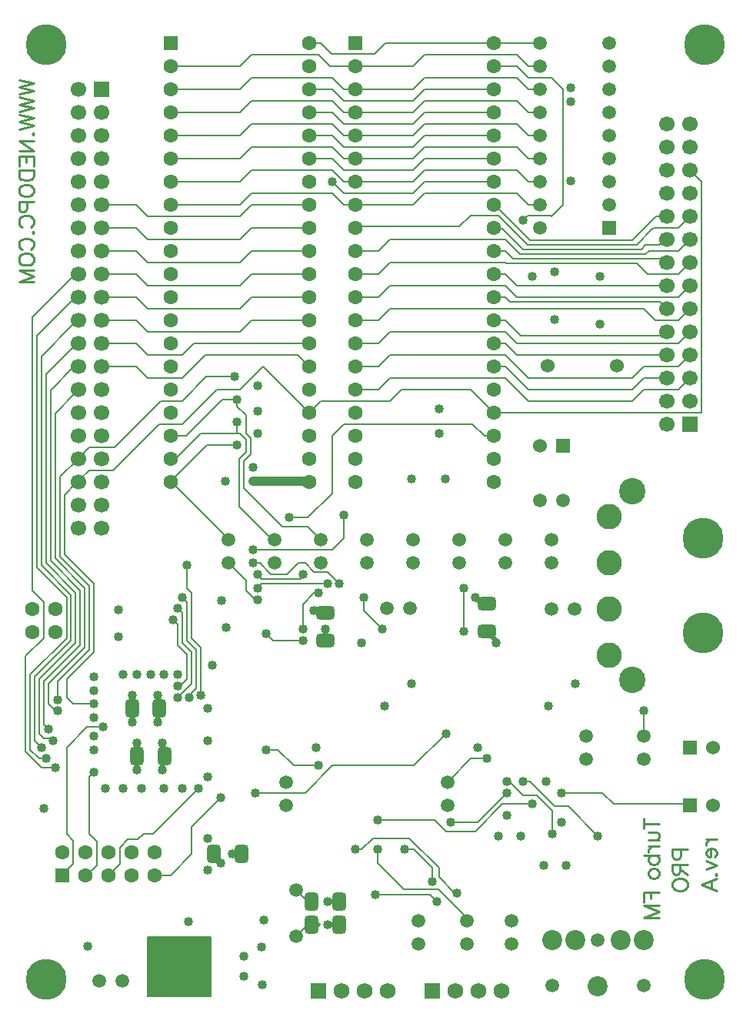
<source format=gbl>
G04*
G04  File:            TURBOFMPRO.GBL, Sat May 04 09:19:13 2019*
G04  Source:          P-CAD 2006 PCB, Version 19.02.958, (Z:\home\lvd\d\turbofmpro\pcad\TurboFMpro.pcb)*
G04  Format:          Gerber Format (RS-274-D), ASCII*
G04*
G04  Format Options:  Absolute Positioning*
G04                   Leading-Zero Suppression*
G04                   Scale Factor 1:1*
G04                   NO Circular Interpolation*
G04                   Millimeter Units*
G04                   Numeric Format: 4.4 (XXXX.XXXX)*
G04                   G54 NOT Used for Aperture Change*
G04                   Apertures Embedded*
G04*
G04  File Options:    Offset = (0.000mm,0.000mm)*
G04                   Drill Symbol Size = 2.032mm*
G04                   No Pad/Via Holes*
G04*
G04  File Contents:   Pads*
G04                   Vias*
G04                   No Designators*
G04                   No Types*
G04                   No Values*
G04                   No Drill Symbols*
G04                   Bottom*
G04*
%INTURBOFMPRO.GBL*%
%ICAS*%
%MOMM*%
G04*
G04  Aperture MACROs for general use --- invoked via D-code assignment *
G04*
G04  General MACRO for flashed round with rotation and/or offset hole *
%AMROTOFFROUND*
1,1,$1,0.0000,0.0000*
1,0,$2,$3,$4*%
G04*
G04  General MACRO for flashed oval (obround) with rotation and/or offset hole *
%AMROTOFFOVAL*
21,1,$1,$2,0.0000,0.0000,$3*
1,1,$4,$5,$6*
1,1,$4,0-$5,0-$6*
1,0,$7,$8,$9*%
G04*
G04  General MACRO for flashed oval (obround) with rotation and no hole *
%AMROTOVALNOHOLE*
21,1,$1,$2,0.0000,0.0000,$3*
1,1,$4,$5,$6*
1,1,$4,0-$5,0-$6*%
G04*
G04  General MACRO for flashed rectangle with rotation and/or offset hole *
%AMROTOFFRECT*
21,1,$1,$2,0.0000,0.0000,$3*
1,0,$4,$5,$6*%
G04*
G04  General MACRO for flashed rectangle with rotation and no hole *
%AMROTRECTNOHOLE*
21,1,$1,$2,0.0000,0.0000,$3*%
G04*
G04  General MACRO for flashed rounded-rectangle *
%AMROUNDRECT*
21,1,$1,$2-$4,0.0000,0.0000,$3*
21,1,$1-$4,$2,0.0000,0.0000,$3*
1,1,$4,$5,$6*
1,1,$4,$7,$8*
1,1,$4,0-$5,0-$6*
1,1,$4,0-$7,0-$8*
1,0,$9,$10,$11*%
G04*
G04  General MACRO for flashed rounded-rectangle with rotation and no hole *
%AMROUNDRECTNOHOLE*
21,1,$1,$2-$4,0.0000,0.0000,$3*
21,1,$1-$4,$2,0.0000,0.0000,$3*
1,1,$4,$5,$6*
1,1,$4,$7,$8*
1,1,$4,0-$5,0-$6*
1,1,$4,0-$7,0-$8*%
G04*
G04  General MACRO for flashed regular polygon *
%AMREGPOLY*
5,1,$1,0.0000,0.0000,$2,$3+$4*
1,0,$5,$6,$7*%
G04*
G04  General MACRO for flashed regular polygon with no hole *
%AMREGPOLYNOHOLE*
5,1,$1,0.0000,0.0000,$2,$3+$4*%
G04*
G04  General MACRO for target *
%AMTARGET*
6,0,0,$1,$2,$3,4,$4,$5,$6*%
G04*
G04  General MACRO for mounting hole *
%AMMTHOLE*
1,1,$1,0,0*
1,0,$2,0,0*
$1=$1-$2*
$1=$1/2*
21,1,$2+$1,$3,0,0,$4*
21,1,$3,$2+$1,0,0,$4*%
G04*
G04*
G04  D10 : "Ellipse X0.254mm Y0.254mm H0.000mm 0.0deg (0.000mm,0.000mm) Draw"*
G04  Disc: OuterDia=0.2540*
%ADD10C, 0.2540*%
G04  D11 : "Ellipse X0.381mm Y0.381mm H0.000mm 0.0deg (0.000mm,0.000mm) Draw"*
G04  Disc: OuterDia=0.3810*
%ADD11C, 0.3810*%
G04  D12 : "Ellipse X0.500mm Y0.500mm H0.000mm 0.0deg (0.000mm,0.000mm) Draw"*
G04  Disc: OuterDia=0.5000*
%ADD12C, 0.5000*%
G04  D13 : "Ellipse X0.100mm Y0.100mm H0.000mm 0.0deg (0.000mm,0.000mm) Draw"*
G04  Disc: OuterDia=0.1000*
%ADD13C, 0.1000*%
G04  D14 : "Ellipse X1.000mm Y1.000mm H0.000mm 0.0deg (0.000mm,0.000mm) Draw"*
G04  Disc: OuterDia=1.0000*
%ADD14C, 1.0000*%
G04  D15 : "Ellipse X0.127mm Y0.127mm H0.000mm 0.0deg (0.000mm,0.000mm) Draw"*
G04  Disc: OuterDia=0.1270*
%ADD15C, 0.1270*%
G04  D16 : "Ellipse X0.150mm Y0.150mm H0.000mm 0.0deg (0.000mm,0.000mm) Draw"*
G04  Disc: OuterDia=0.1500*
%ADD16C, 0.1500*%
G04  D17 : "Ellipse X0.200mm Y0.200mm H0.000mm 0.0deg (0.000mm,0.000mm) Draw"*
G04  Disc: OuterDia=0.2000*
%ADD17C, 0.2000*%
G04  D18 : "Ellipse X0.250mm Y0.250mm H0.000mm 0.0deg (0.000mm,0.000mm) Draw"*
G04  Disc: OuterDia=0.2500*
%ADD18C, 0.2500*%
G04  D19 : "Ellipse X2.581mm Y2.581mm H0.000mm 0.0deg (0.000mm,0.000mm) Flash"*
G04  Disc: OuterDia=2.5810*
%ADD19C, 2.5810*%
G04  D20 : "Ellipse X2.800mm Y2.800mm H0.000mm 0.0deg (0.000mm,0.000mm) Flash"*
G04  Disc: OuterDia=2.8000*
%ADD20C, 2.8000*%
G04  D21 : "Ellipse X3.181mm Y3.181mm H0.000mm 0.0deg (0.000mm,0.000mm) Flash"*
G04  Disc: OuterDia=3.1810*
%ADD21C, 3.1810*%
G04  D22 : "Ellipse X1.500mm Y1.500mm H0.000mm 0.0deg (0.000mm,0.000mm) Flash"*
G04  Disc: OuterDia=1.5000*
%ADD22C, 1.5000*%
G04  D23 : "Ellipse X1.524mm Y1.524mm H0.000mm 0.0deg (0.000mm,0.000mm) Flash"*
G04  Disc: OuterDia=1.5240*
%ADD23C, 1.5240*%
G04  D24 : "Ellipse X1.600mm Y1.600mm H0.000mm 0.0deg (0.000mm,0.000mm) Flash"*
G04  Disc: OuterDia=1.6000*
%ADD24C, 1.6000*%
G04  D25 : "Ellipse X1.700mm Y1.700mm H0.000mm 0.0deg (0.000mm,0.000mm) Flash"*
G04  Disc: OuterDia=1.7000*
%ADD25C, 1.7000*%
G04  D26 : "Ellipse X1.750mm Y1.750mm H0.000mm 0.0deg (0.000mm,0.000mm) Flash"*
G04  Disc: OuterDia=1.7500*
%ADD26C, 1.7500*%
G04  D27 : "Ellipse X1.881mm Y1.881mm H0.000mm 0.0deg (0.000mm,0.000mm) Flash"*
G04  Disc: OuterDia=1.8810*
%ADD27C, 1.8810*%
G04  D28 : "Ellipse X1.905mm Y1.905mm H0.000mm 0.0deg (0.000mm,0.000mm) Flash"*
G04  Disc: OuterDia=1.9050*
%ADD28C, 1.9050*%
G04  D29 : "Ellipse X1.981mm Y1.981mm H0.000mm 0.0deg (0.000mm,0.000mm) Flash"*
G04  Disc: OuterDia=1.9810*
%ADD29C, 1.9810*%
G04  D30 : "Ellipse X2.081mm Y2.081mm H0.000mm 0.0deg (0.000mm,0.000mm) Flash"*
G04  Disc: OuterDia=2.0810*
%ADD30C, 2.0810*%
G04  D31 : "Ellipse X2.131mm Y2.131mm H0.000mm 0.0deg (0.000mm,0.000mm) Flash"*
G04  Disc: OuterDia=2.1310*
%ADD31C, 2.1310*%
G04  D32 : "Ellipse X2.200mm Y2.200mm H0.000mm 0.0deg (0.000mm,0.000mm) Flash"*
G04  Disc: OuterDia=2.2000*
%ADD32C, 2.2000*%
G04  D33 : "Rounded Rectangle X2.800mm Y7.000mm H0.000mm 0.0deg (0.000mm,0.000mm) Flash"*
G04  RoundRct: DimX=2.8000, DimY=7.0000, CornerRad=0.7000, Rotation=0.0, OffsetX=0.0000, OffsetY=0.0000, HoleDia=0.0000 *
%ADD33ROUNDRECTNOHOLE, 2.8000 X7.0000 X0.0 X1.4000 X-0.7000 X-2.8000 X-0.7000 X2.8000*%
G04  D34 : "Rounded Rectangle X3.000mm Y1.600mm H0.000mm 0.0deg (0.000mm,0.000mm) Flash"*
G04  RoundRct: DimX=3.0000, DimY=1.6000, CornerRad=0.4000, Rotation=0.0, OffsetX=0.0000, OffsetY=0.0000, HoleDia=0.0000 *
%ADD34ROUNDRECTNOHOLE, 3.0000 X1.6000 X0.0 X0.8000 X-1.1000 X-0.4000 X-1.1000 X0.4000*%
G04  D35 : "Rounded Rectangle X3.181mm Y7.381mm H0.000mm 0.0deg (0.000mm,0.000mm) Flash"*
G04  RoundRct: DimX=3.1810, DimY=7.3810, CornerRad=0.7953, Rotation=0.0, OffsetX=0.0000, OffsetY=0.0000, HoleDia=0.0000 *
%ADD35ROUNDRECTNOHOLE, 3.1810 X7.3810 X0.0 X1.5905 X-0.7953 X-2.8952 X-0.7953 X2.8952*%
G04  D36 : "Rounded Rectangle X3.381mm Y1.981mm H0.000mm 0.0deg (0.000mm,0.000mm) Flash"*
G04  RoundRct: DimX=3.3810, DimY=1.9810, CornerRad=0.4953, Rotation=0.0, OffsetX=0.0000, OffsetY=0.0000, HoleDia=0.0000 *
%ADD36ROUNDRECTNOHOLE, 3.3810 X1.9810 X0.0 X0.9905 X-1.1953 X-0.4953 X-1.1953 X0.4953*%
G04  D37 : "Rounded Rectangle X6.200mm Y5.800mm H0.000mm 0.0deg (0.000mm,0.000mm) Flash"*
G04  RoundRct: DimX=6.2000, DimY=5.8000, CornerRad=1.4500, Rotation=0.0, OffsetX=0.0000, OffsetY=0.0000, HoleDia=0.0000 *
%ADD37ROUNDRECTNOHOLE, 6.2000 X5.8000 X0.0 X2.9000 X-1.6500 X-1.4500 X-1.6500 X1.4500*%
G04  D38 : "Rounded Rectangle X6.581mm Y6.181mm H0.000mm 0.0deg (0.000mm,0.000mm) Flash"*
G04  RoundRct: DimX=6.5810, DimY=6.1810, CornerRad=1.5453, Rotation=0.0, OffsetX=0.0000, OffsetY=0.0000, HoleDia=0.0000 *
%ADD38ROUNDRECTNOHOLE, 6.5810 X6.1810 X0.0 X3.0905 X-1.7453 X-1.5453 X-1.7453 X1.5453*%
G04  D39 : "Rounded Rectangle X0.635mm Y1.270mm H0.000mm 0.0deg (0.000mm,0.000mm) Flash"*
G04  RoundRct: DimX=0.6350, DimY=1.2700, CornerRad=0.1588, Rotation=0.0, OffsetX=0.0000, OffsetY=0.0000, HoleDia=0.0000 *
%ADD39ROUNDRECTNOHOLE, 0.6350 X1.2700 X0.0 X0.3175 X-0.1588 X-0.4763 X-0.1588 X0.4763*%
G04  D40 : "Rounded Rectangle X1.500mm Y2.000mm H0.000mm 0.0deg (0.000mm,0.000mm) Flash"*
G04  RoundRct: DimX=1.5000, DimY=2.0000, CornerRad=0.3750, Rotation=0.0, OffsetX=0.0000, OffsetY=0.0000, HoleDia=0.0000 *
%ADD40ROUNDRECTNOHOLE, 1.5000 X2.0000 X0.0 X0.7500 X-0.3750 X-0.6250 X-0.3750 X0.6250*%
G04  D41 : "Rounded Rectangle X2.000mm Y1.500mm H0.000mm 0.0deg (0.000mm,0.000mm) Flash"*
G04  RoundRct: DimX=2.0000, DimY=1.5000, CornerRad=0.3750, Rotation=0.0, OffsetX=0.0000, OffsetY=0.0000, HoleDia=0.0000 *
%ADD41ROUNDRECTNOHOLE, 2.0000 X1.5000 X0.0 X0.7500 X-0.6250 X-0.3750 X-0.6250 X0.3750*%
G04  D42 : "Rounded Rectangle X1.600mm Y0.300mm H0.000mm 0.0deg (0.000mm,0.000mm) Flash"*
G04  RoundRct: DimX=1.6000, DimY=0.3000, CornerRad=0.0750, Rotation=0.0, OffsetX=0.0000, OffsetY=0.0000, HoleDia=0.0000 *
%ADD42ROUNDRECTNOHOLE, 1.6000 X0.3000 X0.0 X0.1500 X-0.7250 X-0.0750 X-0.7250 X0.0750*%
G04  D43 : "Rounded Rectangle X0.300mm Y1.600mm H0.000mm 0.0deg (0.000mm,0.000mm) Flash"*
G04  RoundRct: DimX=0.3000, DimY=1.6000, CornerRad=0.0750, Rotation=0.0, OffsetX=0.0000, OffsetY=0.0000, HoleDia=0.0000 *
%ADD43ROUNDRECTNOHOLE, 0.3000 X1.6000 X0.0 X0.1500 X-0.0750 X-0.7250 X-0.0750 X0.7250*%
G04  D44 : "Rounded Rectangle X1.016mm Y1.651mm H0.000mm 0.0deg (0.000mm,0.000mm) Flash"*
G04  RoundRct: DimX=1.0160, DimY=1.6510, CornerRad=0.2540, Rotation=0.0, OffsetX=0.0000, OffsetY=0.0000, HoleDia=0.0000 *
%ADD44ROUNDRECTNOHOLE, 1.0160 X1.6510 X0.0 X0.5080 X-0.2540 X-0.5715 X-0.2540 X0.5715*%
G04  D45 : "Rounded Rectangle X1.881mm Y2.381mm H0.000mm 0.0deg (0.000mm,0.000mm) Flash"*
G04  RoundRct: DimX=1.8810, DimY=2.3810, CornerRad=0.4703, Rotation=0.0, OffsetX=0.0000, OffsetY=0.0000, HoleDia=0.0000 *
%ADD45ROUNDRECTNOHOLE, 1.8810 X2.3810 X0.0 X0.9405 X-0.4703 X-0.7203 X-0.4703 X0.7203*%
G04  D46 : "Rounded Rectangle X2.381mm Y1.881mm H0.000mm 0.0deg (0.000mm,0.000mm) Flash"*
G04  RoundRct: DimX=2.3810, DimY=1.8810, CornerRad=0.4703, Rotation=0.0, OffsetX=0.0000, OffsetY=0.0000, HoleDia=0.0000 *
%ADD46ROUNDRECTNOHOLE, 2.3810 X1.8810 X0.0 X0.9405 X-0.7203 X-0.4703 X-0.7203 X0.4703*%
G04  D47 : "Rounded Rectangle X1.981mm Y0.681mm H0.000mm 0.0deg (0.000mm,0.000mm) Flash"*
G04  RoundRct: DimX=1.9810, DimY=0.6810, CornerRad=0.1703, Rotation=0.0, OffsetX=0.0000, OffsetY=0.0000, HoleDia=0.0000 *
%ADD47ROUNDRECTNOHOLE, 1.9810 X0.6810 X0.0 X0.3405 X-0.8203 X-0.1703 X-0.8203 X0.1703*%
G04  D48 : "Rounded Rectangle X0.681mm Y1.981mm H0.000mm 0.0deg (0.000mm,0.000mm) Flash"*
G04  RoundRct: DimX=0.6810, DimY=1.9810, CornerRad=0.1703, Rotation=0.0, OffsetX=0.0000, OffsetY=0.0000, HoleDia=0.0000 *
%ADD48ROUNDRECTNOHOLE, 0.6810 X1.9810 X0.0 X0.3405 X-0.1703 X-0.8203 X-0.1703 X0.8203*%
G04  D49 : "Rounded Rectangle X2.000mm Y2.000mm H0.000mm 0.0deg (0.000mm,0.000mm) Flash"*
G04  RoundRct: DimX=2.0000, DimY=2.0000, CornerRad=0.5000, Rotation=0.0, OffsetX=0.0000, OffsetY=0.0000, HoleDia=0.0000 *
%ADD49ROUNDRECTNOHOLE, 2.0000 X2.0000 X0.0 X1.0000 X-0.5000 X-0.5000 X-0.5000 X0.5000*%
G04  D50 : "Rounded Rectangle X2.032mm Y0.660mm H0.000mm 0.0deg (0.000mm,0.000mm) Flash"*
G04  RoundRct: DimX=2.0320, DimY=0.6604, CornerRad=0.1651, Rotation=0.0, OffsetX=0.0000, OffsetY=0.0000, HoleDia=0.0000 *
%ADD50ROUNDRECTNOHOLE, 2.0320 X0.6604 X0.0 X0.3302 X-0.8509 X-0.1651 X-0.8509 X0.1651*%
G04  D51 : "Rounded Rectangle X0.660mm Y2.032mm H0.000mm 0.0deg (0.000mm,0.000mm) Flash"*
G04  RoundRct: DimX=0.6604, DimY=2.0320, CornerRad=0.1651, Rotation=0.0, OffsetX=0.0000, OffsetY=0.0000, HoleDia=0.0000 *
%ADD51ROUNDRECTNOHOLE, 0.6604 X2.0320 X0.0 X0.3302 X-0.1651 X-0.8509 X-0.1651 X0.8509*%
G04  D52 : "Rounded Rectangle X2.381mm Y2.381mm H0.000mm 0.0deg (0.000mm,0.000mm) Flash"*
G04  RoundRct: DimX=2.3810, DimY=2.3810, CornerRad=0.5953, Rotation=0.0, OffsetX=0.0000, OffsetY=0.0000, HoleDia=0.0000 *
%ADD52ROUNDRECTNOHOLE, 2.3810 X2.3810 X0.0 X1.1905 X-0.5953 X-0.5953 X-0.5953 X0.5953*%
G04  D53 : "Rounded Rectangle X2.413mm Y1.041mm H0.000mm 0.0deg (0.000mm,0.000mm) Flash"*
G04  RoundRct: DimX=2.4130, DimY=1.0414, CornerRad=0.2604, Rotation=0.0, OffsetX=0.0000, OffsetY=0.0000, HoleDia=0.0000 *
%ADD53ROUNDRECTNOHOLE, 2.4130 X1.0414 X0.0 X0.5207 X-0.9462 X-0.2604 X-0.9462 X0.2604*%
G04  D54 : "Rounded Rectangle X1.041mm Y2.413mm H0.000mm 0.0deg (0.000mm,0.000mm) Flash"*
G04  RoundRct: DimX=1.0414, DimY=2.4130, CornerRad=0.2604, Rotation=0.0, OffsetX=0.0000, OffsetY=0.0000, HoleDia=0.0000 *
%ADD54ROUNDRECTNOHOLE, 1.0414 X2.4130 X0.0 X0.5207 X-0.2604 X-0.9462 X-0.2604 X0.9462*%
G04  D55 : "Rectangle X1.500mm Y1.500mm H0.000mm 0.0deg (0.000mm,0.000mm) Flash"*
G04  Square: Side=1.5000, Rotation=0.0, OffsetX=0.0000, OffsetY=0.0000, HoleDia=0.0000*
%ADD55R, 1.5000 X1.5000*%
G04  D56 : "Rectangle X1.524mm Y1.524mm H0.000mm 0.0deg (0.000mm,0.000mm) Flash"*
G04  Square: Side=1.5240, Rotation=0.0, OffsetX=0.0000, OffsetY=0.0000, HoleDia=0.0000*
%ADD56R, 1.5240 X1.5240*%
G04  D57 : "Rectangle X1.600mm Y1.600mm H0.000mm 0.0deg (0.000mm,0.000mm) Flash"*
G04  Square: Side=1.6000, Rotation=0.0, OffsetX=0.0000, OffsetY=0.0000, HoleDia=0.0000*
%ADD57R, 1.6000 X1.6000*%
G04  D58 : "Rectangle X1.700mm Y1.700mm H0.000mm 0.0deg (0.000mm,0.000mm) Flash"*
G04  Square: Side=1.7000, Rotation=0.0, OffsetX=0.0000, OffsetY=0.0000, HoleDia=0.0000*
%ADD58R, 1.7000 X1.7000*%
G04  D59 : "Rectangle X1.750mm Y1.750mm H0.000mm 0.0deg (0.000mm,0.000mm) Flash"*
G04  Square: Side=1.7500, Rotation=0.0, OffsetX=0.0000, OffsetY=0.0000, HoleDia=0.0000*
%ADD59R, 1.7500 X1.7500*%
G04  D60 : "Rectangle X1.881mm Y1.881mm H0.000mm 0.0deg (0.000mm,0.000mm) Flash"*
G04  Square: Side=1.8810, Rotation=0.0, OffsetX=0.0000, OffsetY=0.0000, HoleDia=0.0000*
%ADD60R, 1.8810 X1.8810*%
G04  D61 : "Rectangle X1.905mm Y1.905mm H0.000mm 0.0deg (0.000mm,0.000mm) Flash"*
G04  Square: Side=1.9050, Rotation=0.0, OffsetX=0.0000, OffsetY=0.0000, HoleDia=0.0000*
%ADD61R, 1.9050 X1.9050*%
G04  D62 : "Rectangle X1.981mm Y1.981mm H0.000mm 0.0deg (0.000mm,0.000mm) Flash"*
G04  Square: Side=1.9810, Rotation=0.0, OffsetX=0.0000, OffsetY=0.0000, HoleDia=0.0000*
%ADD62R, 1.9810 X1.9810*%
G04  D63 : "Rectangle X2.081mm Y2.081mm H0.000mm 0.0deg (0.000mm,0.000mm) Flash"*
G04  Square: Side=2.0810, Rotation=0.0, OffsetX=0.0000, OffsetY=0.0000, HoleDia=0.0000*
%ADD63R, 2.0810 X2.0810*%
G04  D64 : "Rectangle X2.131mm Y2.131mm H0.000mm 0.0deg (0.000mm,0.000mm) Flash"*
G04  Square: Side=2.1310, Rotation=0.0, OffsetX=0.0000, OffsetY=0.0000, HoleDia=0.0000*
%ADD64R, 2.1310 X2.1310*%
G04  D65 : "Ellipse X2.900mm Y2.900mm H0.000mm 0.0deg (0.000mm,0.000mm) Flash"*
G04  Disc: OuterDia=2.9000*
%ADD65C, 2.9000*%
G04  D66 : "Ellipse X3.281mm Y3.281mm H0.000mm 0.0deg (0.000mm,0.000mm) Flash"*
G04  Disc: OuterDia=3.2810*
%ADD66C, 3.2810*%
G04  D67 : "Ellipse X4.500mm Y4.500mm H0.000mm 0.0deg (0.000mm,0.000mm) Flash"*
G04  Disc: OuterDia=4.5000*
%ADD67C, 4.5000*%
G04  D68 : "Ellipse X4.881mm Y4.881mm H0.000mm 0.0deg (0.000mm,0.000mm) Flash"*
G04  Disc: OuterDia=4.8810*
%ADD68C, 4.8810*%
G04  D69 : "Ellipse X1.016mm Y1.016mm H0.000mm 0.0deg (0.000mm,0.000mm) Flash"*
G04  Disc: OuterDia=1.0160*
%ADD69C, 1.0160*%
G04  D70 : "Ellipse X1.397mm Y1.397mm H0.000mm 0.0deg (0.000mm,0.000mm) Flash"*
G04  Disc: OuterDia=1.3970*
%ADD70C, 1.3970*%
G04*
%FSLAX44Y44*%
%SFA1B1*%
%OFA0.000B0.000*%
G04*
G71*
G90*
G01*
D2*
%LNBottom*%
D17*
X2200000Y940000*
X2192500D1*
X2182500Y950000D2*
X2192500Y940000D1*
X2177500Y947500D2*
X2195000Y930000D1*
X2187500Y960000D2*
X2195000Y952500D1*
X2207500Y960000D2*
X2205000Y962500D1*
X2197500*
X2192500Y967500D2*
X2197500Y962500D1*
X2202500Y972500D2*
X2197500Y977500D1*
X2202500Y1022500D2*
Y1000000D1*
X2185000Y1125000D2*
X2197500Y1112500D1*
Y1072500*
X2281000Y824000D2*
X2266000Y809000D1*
Y809200*
X2268800Y812000*
X2243000Y810000D2*
X2243400Y810400D1*
Y812000*
X2256000Y823000D2*
X2243400Y810400D1*
X2218000Y812000D2*
X2230000Y824000D1*
X2247500Y857500D2*
X2256000Y849000D1*
X2222500Y857500D2*
X2230000Y850000D1*
X2245000Y975000D2*
X2222500Y952500D1*
X2262500Y975000D2*
X2245000D1*
X2252500Y925000D2*
X2247500Y920000D1*
X2252500Y1057500D2*
X2222500Y1027500D1*
X2247500Y1060000D2*
X2212500Y1025000D1*
X2230000Y1000000D2*
X2252500D1*
X2222500Y1027500D2*
Y1007500D1*
X2230000Y1000000*
X2212500Y1025000D2*
Y1005000D1*
X2227500Y1120000D2*
Y1070000D1*
X2222500Y1117500D2*
Y1072500D1*
X2235200Y1270000D2*
X2215000Y1250000D1*
X2235200Y1244600D2*
X2232500Y1242500D1*
X2220000Y1230000*
X2235200Y1270000D2*
X2240000Y1275000D1*
X2247500Y1282500*
X2275000*
X2235200Y1244600D2*
X2237500Y1247500D1*
X2247300Y1257300*
X2273300*
X2235200Y1346200D2*
X2232500Y1342500D1*
X2235200Y1397000D2*
X2230000Y1392500D1*
X2235200Y1422400D2*
X2230000Y1417500D1*
X2235200Y1473200D2*
X2230000Y1470000D1*
X2337000Y812000D2*
X2360000Y835000D1*
X2317000Y812000D2*
X2319600D1*
X2337000D2*
X2319600D1*
X2317500Y857500D2*
X2307500D1*
X2301000Y851000*
X2290000*
D2*
D12*
X2300240Y942500*
X2300000Y942740D1*
Y957500*
Y927500D2*
Y942740D1*
X2330240Y942500D2*
X2327500Y945240D1*
Y957500*
Y927500D2*
Y945240D1*
D2*
D17*
X2345000Y1065000*
X2355000Y1055000D1*
Y1027500*
X2347500Y1020000D2*
X2345000D1*
X2355000Y1027500D2*
X2347500Y1020000D1*
X2360000Y1057500D2*
Y1022500D1*
X2345000Y1007500*
X2360000Y1012500D2*
X2357500Y1007500D1*
D2*
D12*
X2294760Y995000*
X2295000Y995240D1*
Y1010000*
D2*
D17*
X2345000Y1087500*
X2340000Y1092500D1*
X2345000Y1105000D2*
X2350000Y1100000D1*
Y1117500D2*
X2355000Y1112500D1*
Y1070000*
X2360000Y1122500D2*
Y1072500D1*
Y1122500D2*
X2355000Y1127500D1*
X2336800Y1270000D2*
X2342500D1*
X2337500Y1245000D2*
X2337200D1*
X2336800Y1244600*
X2311400Y1358900D2*
X2349500D1*
X2326000Y1333500D2*
X2349500D1*
Y1308100D2*
X2324100D1*
X2298700Y1422400D2*
X2311400Y1409700D1*
X2298700Y1397000D2*
X2311400Y1384300D1*
X2349500*
X2298700Y1498600D2*
X2311400Y1485900D1*
X2298700Y1473200D2*
X2311400Y1460500D1*
X2298700Y1549400D2*
X2311400Y1536700D1*
D2*
D12*
X2392500Y824760*
Y825000D1*
X2384760Y832500D2*
Y835000D1*
X2392500Y824760D2*
X2384760Y832500D1*
X2414760Y835000D2*
X2410240D1*
X2405000D2*
X2410240D1*
D2*
D17*
X2370000Y1062500*
Y1010000D1*
X2365000Y1017500D2*
Y1060000D1*
X2420000Y1136000D2*
Y1125000D1*
X2430000Y1115000D2*
X2432500D1*
X2420000Y1125000D2*
X2430000Y1115000D1*
X2401700Y1182500D2*
X2400300Y1181100D1*
X2430000Y1155000D2*
X2427500D1*
X2430000D2*
X2435000D1*
X2400000Y1182500D2*
X2401700D1*
X2377200Y1285000D2*
X2410000D1*
X2420000Y1290500D2*
Y1277500D1*
X2412500Y1270000*
X2425000Y1292500D2*
Y1275000D1*
X2417500Y1267500*
Y1237500*
X2393900Y1335000D2*
X2410000D1*
X2370000Y1297500D2*
X2410000D1*
Y1310000*
Y1297500D2*
X2413000D1*
X2420000Y1317500D2*
Y1297500D1*
X2410000Y1330900D2*
Y1335000D1*
Y1327500D2*
Y1330900D1*
Y1327500D2*
X2420000Y1317500D1*
X2376000Y1360000D2*
X2407500D1*
X2413000Y1346200D2*
X2387600D1*
X2413000Y1409700D2*
X2425700Y1422400D1*
X2413000Y1485900D2*
X2425700Y1498600D1*
X2413000Y1460500D2*
X2425700Y1473200D1*
X2413000Y1574800D2*
X2425700Y1587500D1*
X2413000Y1549400D2*
X2425700Y1562100D1*
X2413000Y1536700D2*
X2425700Y1549400D1*
X2413000Y1651000D2*
X2425700Y1663700D1*
X2413000Y1625600D2*
X2425700Y1638300D1*
X2413000Y1701800D2*
X2425700Y1714500D1*
D2*
D12*
X2487500Y757500*
X2492260D1*
X2500000D2*
X2492260D1*
D2*
D17*
X2475000Y745000*
X2487500Y757500D1*
D2*
D12*
X2488300Y782500*
X2492260D1*
D2*
D17*
X2475000Y795800*
X2488300Y782500D1*
X2472500Y932500D2*
X2500000D1*
X2472500D2*
X2455000Y950000D1*
X2442500*
X2480000Y1140000D2*
Y1137500D1*
X2482500Y1110000D2*
X2495000Y1122500D1*
D2*
D12*
X2507500Y1100240*
X2505240Y1102500D1*
X2495000*
D2*
D17*
Y1122500*
X2500000D1*
X2442500Y1077500D2*
X2450000Y1070000D1*
X2482500*
Y1110000D2*
Y1082500D1*
D2*
D12*
X2507500Y1070240*
Y1082500D1*
D2*
D17*
X2447500Y1182500*
X2450000D1*
Y1182200*
X2451100Y1181100*
X2502500Y1180500D2*
X2501900Y1181100D1*
X2485000Y1155000D2*
X2495000Y1145000D1*
X2510000D2*
X2495000D1*
X2477500Y1155000D2*
X2485000D1*
X2487700Y1205000D2*
X2467500D1*
X2501900Y1181100D2*
X2488000Y1195000D1*
X2460000*
D2*
D14*
X2487500Y1245000*
X2490000D1*
X2489600*
X2489200Y1244600*
D2*
D17*
Y1320800*
X2501900Y1333500D1*
X2490000Y1320000D2*
X2489200Y1320800D1*
X2499600Y1714500D2*
X2512300Y1701800D1*
X2501900Y1727200D2*
X2489200D1*
X2567500Y790000D2*
X2562500D1*
X2567500D2*
X2562000Y790500D1*
X2560000Y852500D2*
X2547500Y840000D1*
X2540000*
X2570000Y1082500D2*
X2550000Y1102500D1*
Y1117500*
X2527500Y1182500D2*
Y1207500D1*
X2578100Y1358900D2*
X2565400Y1346200D1*
X2540000D2*
X2565400D1*
X2540000Y1397000D2*
X2565400D1*
X2578100Y1409700*
Y1435100D2*
X2565400Y1422400D1*
X2540000D2*
X2565400D1*
X2578100Y1485900D2*
X2565400Y1473200D1*
X2540000D2*
X2565400D1*
X2578100Y1511300D2*
X2565400Y1498600D1*
X2540000D2*
X2565400D1*
X2527300Y1574800D2*
X2540000D1*
X2527300Y1549400D2*
X2540000D1*
X2527300Y1651000D2*
X2540000D1*
X2527300Y1625600D2*
X2540000D1*
X2573700Y1727200D2*
X2561400Y1714900D1*
X2625000Y820000D2*
Y805000D1*
X2632500Y810000D2*
Y820000D1*
Y810000D2*
X2650000Y792500D1*
X2652500*
X2630000Y783000D2*
X2622500Y790500D1*
X2662000Y766000D2*
X2632000Y796000D1*
X2594000*
X2605000Y840000D2*
X2595000D1*
X2627500Y872500D2*
X2640000Y860000D1*
X2645000Y870000D2*
X2647500D1*
X2650000*
X2605000Y932500D2*
X2640000Y967500D1*
X2660000Y1080000D2*
Y1127500D1*
X2616200Y1587500D2*
X2603500Y1574800D1*
Y1549400D2*
X2616200Y1562100D1*
Y1574800D2*
X2603500Y1562100D1*
X2616200Y1663700D2*
X2603500Y1651000D1*
X2616200Y1638300D2*
X2603500Y1625600D1*
Y1638300D2*
X2616200Y1651000D1*
X2603500Y1612900D2*
X2616200Y1625600D1*
X2603500Y1701800D2*
X2616200Y1714500D1*
X2740000Y900000D2*
X2725000D1*
X2675000Y870000D2*
X2707500Y902500D1*
X2702500Y890000D2*
X2735000D1*
X2672500Y860000D2*
X2702500Y890000D1*
D2*
D12*
X2672500Y1117500*
X2680000Y1110000D1*
X2685000*
Y1080240D2*
X2695000Y1070240D1*
X2685000Y1110240D2*
Y1110000D1*
D2*
D17*
X2730500Y1333500*
X2705100Y1358900D1*
X2692400Y1422400D2*
X2705100D1*
X2692400Y1397000D2*
X2705100D1*
X2717800Y1384300*
X2705100Y1409700D2*
X2717800Y1397000D1*
X2705100Y1422400D2*
X2722500Y1405000D1*
X2692400Y1473200D2*
X2705100D1*
X2717800Y1460500*
X2692400Y1498600D2*
X2705100D1*
X2695000Y1522500D2*
X2702300D1*
X2724800Y1500000*
X2705100Y1511300D2*
X2721400Y1495000D1*
X2705100Y1498600D2*
X2713700Y1490000D1*
X2705100Y1485900D2*
X2706000Y1485000D1*
X2730500Y1574800D2*
X2717800Y1587500D1*
Y1562100D2*
X2730500Y1549400D1*
X2692400D2*
X2693000Y1550000D1*
X2695000*
Y1547500*
X2727500Y1531300D2*
Y1535000D1*
X2730000Y1537500D2*
X2727500Y1535000D1*
Y1531300D2*
X2726300Y1532500D1*
X2725000*
X2730500Y1651000D2*
X2717800Y1663700D1*
X2730500Y1625600D2*
X2717800Y1638300D1*
Y1714500D2*
X2730500Y1701800D1*
X2692400D2*
X2717800D1*
X2730500Y1689100*
X2812500Y902500D2*
X2767500D1*
X2757500Y857500D2*
Y882500D1*
X2760000Y887500D2*
X2775000D1*
X2807500Y855000D2*
X2775000Y887500D1*
X2781300Y1104900D2*
X2782500Y1103700D1*
X2810000Y1470000D2*
Y1472500D1*
X2768600Y1549400D2*
X2755900Y1536700D1*
X2755100Y1537500*
X2857500Y1358900D2*
X2882900D1*
X2857500D2*
X2844800Y1346200D1*
X2857500D2*
X2844800Y1333500D1*
X2882900Y1409700D2*
X2878200Y1405000D1*
X2882900Y1435100D2*
X2875500Y1442500D1*
X2870200Y1422400D2*
X2857500Y1435100D1*
X2875000Y1505000D2*
X2882900Y1511300D1*
X2860000Y1505000D2*
X2875000D1*
X2850000D2*
X2867500Y1522500D1*
X2860000Y1505000D2*
X2855000Y1500000D1*
X2860000Y1495000D2*
X2863600Y1498600D1*
X2882900Y1485900D2*
X2878800Y1490000D1*
X2877500*
X2861800Y1473200D2*
X2850000Y1485000D1*
X2871700Y1536700D2*
X2882900D1*
X2907500Y890000D2*
Y889800D1*
X2908300Y889000*
Y1587500D2*
X2921000Y1574800D1*
X2197500Y1072500D2*
X2177500Y1052500D1*
X2187500Y1030000D2*
Y960000D1*
X2192500Y1027500D2*
Y967500D1*
X2197500Y977500D2*
Y1025000D1*
X2281000Y842000D2*
Y824000D1*
X2247500Y920000D2*
Y857500D1*
X2256000Y849000D2*
Y823000D1*
X2230000Y824000D2*
Y850000D1*
X2232500Y1122500D2*
Y1067500D1*
X2237500Y1065000D2*
Y1125000D1*
X2242500Y1127500D2*
Y1062500D1*
X2215000Y1250000D2*
Y1162500D1*
X2247500Y1130000*
Y1060000*
X2220000Y1230000D2*
Y1165000D1*
X2252500Y1132500*
Y1057500*
X2235200Y1447800D2*
X2232500Y1447500D1*
X2235200Y1371600D2*
X2230000Y1370000D1*
X2360000Y865000D2*
Y835000D1*
X2350000Y1100000D2*
Y1067500D1*
X2345000Y1065000D2*
Y1087500D1*
X2350000Y1067500D2*
X2360000Y1057500D1*
X2355000Y1127500D2*
Y1152500D1*
D2*
D12*
X2324760Y995000*
X2322500Y992740D1*
Y980000*
Y1010000D2*
Y992740D1*
X2295000Y980000D2*
Y995240D1*
D2*
D17*
X2298700Y1524000*
X2311400Y1511300D1*
X2298700Y1447800D2*
X2311400Y1435100D1*
X2298700Y1371600D2*
X2311400Y1358900D1*
X2354300Y1295400D2*
X2336800D1*
X2400300Y1155700D2*
X2420000Y1136000D1*
X2413000Y1511300D2*
X2425700Y1524000D1*
X2413000Y1435100D2*
X2425700Y1447800D1*
X2413000Y1297500D2*
X2420000Y1290500D1*
Y1297500D2*
X2425000Y1292500D1*
X2413000Y1676400D2*
X2425700Y1689100D1*
X2413000Y1600200D2*
X2425700Y1612900D1*
X2482500Y1142500D2*
X2480000Y1140000D1*
X2447500Y1142500D2*
X2465000D1*
X2477500Y1155000D2*
X2465000Y1142500D1*
X2476500Y1384300D2*
X2489200Y1371600D1*
X2565000Y825000D2*
Y840000D1*
X2578100Y1384300D2*
X2565400Y1371600D1*
X2540000D2*
X2565400D1*
X2578100Y1460500D2*
X2565400Y1447800D1*
X2540000D2*
X2565400D1*
X2540000Y1524000D2*
X2542500Y1525000D1*
X2527300Y1676400D2*
X2540000D1*
X2527300Y1600200D2*
X2540000D1*
X2605000Y840000D2*
X2625000Y820000D1*
X2632500D2*
X2600000Y852500D1*
X2642500Y915000D2*
X2642200D1*
X2641600Y914400*
X2663000Y761700D2*
X2662000Y766000D1*
X2632500Y1297500D2*
Y1295000D1*
X2603500Y1676400D2*
X2616200Y1689100D1*
X2603500Y1663700D2*
X2616200Y1676400D1*
Y1612900D2*
X2603500Y1600200D1*
Y1587500D2*
X2616200Y1600200D1*
X2725000Y900000D2*
X2710000Y915000D1*
X2707500*
X2732500D2*
X2725000D1*
X2695000Y1067500D2*
X2692500D1*
D2*
D12*
X2695000Y1070240*
Y1067500D1*
D2*
D17*
X2692400Y1447800*
X2705100D1*
X2692400Y1371600D2*
X2705100D1*
X2730500Y1346200*
X2717800Y1447800D2*
X2705100Y1460500D1*
X2695000Y1522500D2*
X2692400Y1524000D1*
X2682500Y1295000D2*
X2692500D1*
X2692400Y1295100*
Y1295400*
X2682500Y1295000D2*
X2669400Y1308100D1*
X2695000Y1547500D2*
X2732500Y1510000D1*
X2697500Y1537500D2*
X2730000Y1505000D1*
X2705100Y1384300D2*
X2730500Y1358900D1*
X2705100Y1447800D2*
X2710400Y1442500D1*
X2717800Y1689100D2*
X2730500Y1676400D1*
Y1600200D2*
X2717800Y1612900D1*
X2755900Y1689100D2*
X2768600Y1676400D1*
X2857500Y965200D2*
Y992500D1*
X2867500Y1522500D2*
X2870200Y1524000D1*
X2871700Y1536700D2*
X2845000Y1510000D1*
X2844800Y1358900D2*
X2857500Y1371600D1*
X2195000Y1152500D2*
Y1382500D1*
X2200000Y1362500D2*
Y1155000D1*
X2205000Y1345000D2*
Y1157500D1*
X2190000Y1150000D2*
Y1405000D1*
X2182500Y950000D2*
Y1032500D1*
X2177500Y947500D2*
Y1052500D1*
D2*
D10*
X2169984Y1686516*
X2186711Y1682533D1*
X2169984Y1678550*
X2186711Y1674568*
X2169984Y1670585*
Y1667399D2*
X2186711Y1663416D1*
X2169984Y1659433*
X2186711Y1655451*
X2169984Y1651468*
Y1648282D2*
X2186711Y1644299D1*
X2169984Y1640316*
X2186711Y1636333*
X2169984Y1632351*
X2185118Y1626775D2*
X2185915Y1627571D1*
X2186711Y1626775*
X2185915Y1625978*
X2185118Y1626775*
X2169984Y1608454D2*
X2186711D1*
X2169984Y1619606*
X2186711*
X2169984Y1591727D2*
Y1602082D1*
X2186711*
Y1591727*
X2177949Y1602082D2*
Y1595710D1*
X2169984Y1586948D2*
X2186711D1*
Y1581372*
X2185915Y1578982*
X2184322Y1577389*
X2182728Y1576593*
X2180339Y1575796*
X2176356*
X2173966Y1576593*
X2172373Y1577389*
X2170780Y1578982*
X2169984Y1581372*
Y1586948*
Y1566237D2*
X2170780Y1567831D1*
X2172373Y1569424*
X2173966Y1570220*
X2176356Y1571017*
X2180339*
X2182728Y1570220*
X2184322Y1569424*
X2185915Y1567831*
X2186711Y1566237*
Y1563051*
X2185915Y1561458*
X2184322Y1559865*
X2182728Y1559069*
X2180339Y1558272*
X2176356*
X2173966Y1559069*
X2172373Y1559865*
X2170780Y1561458*
X2169984Y1563051*
Y1566237*
X2178746Y1552696D2*
Y1545527D1*
X2177949Y1543138*
X2177153Y1542341*
X2175560Y1541545*
X2173170*
X2171577Y1542341*
X2170780Y1543138*
X2169984Y1545527*
Y1552696*
X2186711*
X2173966Y1524817D2*
X2172373Y1525614D1*
X2170780Y1527207*
X2169984Y1528800*
Y1531986*
X2170780Y1533579*
X2172373Y1535172*
X2173966Y1535969*
X2176356Y1536765*
X2180339*
X2182728Y1535969*
X2184322Y1535172*
X2185915Y1533579*
X2186711Y1531986*
Y1528800*
X2185915Y1527207*
X2184322Y1525614*
X2182728Y1524817*
X2185118Y1518445D2*
X2185915Y1519241D1*
X2186711Y1518445*
X2185915Y1517648*
X2185118Y1518445*
X2173966Y1500124D2*
X2172373Y1500921D1*
X2170780Y1502514*
X2169984Y1504107*
Y1507293*
X2170780Y1508886*
X2172373Y1510479*
X2173966Y1511276*
X2176356Y1512072*
X2180339*
X2182728Y1511276*
X2184322Y1510479*
X2185915Y1508886*
X2186711Y1507293*
Y1504107*
X2185915Y1502514*
X2184322Y1500921*
X2182728Y1500124*
X2169984Y1490566D2*
X2170780Y1492159D1*
X2172373Y1493752*
X2173966Y1494549*
X2176356Y1495345*
X2180339*
X2182728Y1494549*
X2184322Y1493752*
X2185915Y1492159*
X2186711Y1490566*
Y1487380*
X2185915Y1485787*
X2184322Y1484193*
X2182728Y1483397*
X2180339Y1482600*
X2176356*
X2173966Y1483397*
X2172373Y1484193*
X2170780Y1485787*
X2169984Y1487380*
Y1490566*
X2186711Y1464280D2*
X2169984D1*
X2186711Y1470652*
X2169984Y1477025*
X2186711*
D2*
D17*
X2222500Y952500*
Y857500D1*
X2412500Y1270000D2*
Y1217500D1*
X2768600Y1676400D2*
Y1549400D1*
X2185000Y1425000D2*
Y1125000D1*
X2921000Y1320800D2*
Y1574800D1*
X2392500Y897500D2*
X2360000Y865000D1*
X2367500Y907500D2*
X2317500Y857500D1*
X2290000Y851000D2*
X2281000Y842000D1*
X2195000Y930000D2*
X2210000D1*
X2197500Y1025000D2*
X2237500Y1065000D1*
X2242500Y1062500D2*
X2202500Y1022500D1*
X2365000Y1017500D2*
X2360000Y1012500D1*
X2210000Y992500D2*
X2212500D1*
X2210000D2*
X2202500Y1000000D1*
X2432500Y1127500D2*
X2437500Y1132500D1*
X2412500Y1217500D2*
X2447500Y1182500D1*
X2377200Y1285000D2*
X2337200Y1245000D1*
X2230000Y1370000D2*
X2205000Y1345000D1*
X2232500Y1342500D2*
X2210000Y1320000D1*
X2349500Y1333500D2*
X2376000Y1360000D1*
X2387600Y1346200D2*
X2349500Y1308100D1*
X2311400Y1435100D2*
X2413000D1*
X2260600Y1422400D2*
X2298700D1*
X2311400Y1409700D2*
X2413000D1*
X2260600Y1397000D2*
X2298700D1*
X2195000Y1382500D2*
X2230000Y1417500D1*
X2349500Y1384300D2*
X2362200Y1397000D1*
X2311400Y1511300D2*
X2413000D1*
X2260600Y1498600D2*
X2298700D1*
X2311400Y1485900D2*
X2413000D1*
X2260600Y1473200D2*
X2298700D1*
X2311400Y1460500D2*
X2413000D1*
X2336800Y1574800D2*
X2413000D1*
X2336800Y1549400D2*
X2413000D1*
X2260600D2*
X2298700D1*
X2311400Y1536700D2*
X2413000D1*
X2336800Y1651000D2*
X2413000D1*
X2336800Y1625600D2*
X2413000D1*
X2336800Y1701800D2*
X2413000D1*
D2*
D12*
X2522260Y757500*
X2510000D1*
X2522260Y782500D2*
X2510000D1*
D2*
D17*
X2562000Y790500*
X2622500D1*
X2594000Y796000D2*
X2565000Y825000D1*
X2600000Y852500D2*
X2560000D1*
X2565000Y872500D2*
X2627500D1*
X2740000Y900000D2*
X2757500Y882500D1*
X2650000Y870000D2*
X2675000D1*
X2640000Y860000D2*
X2672500D1*
X2515000Y932500D2*
X2605000D1*
X2667500Y940000D2*
X2685000D1*
X2515000Y1170000D2*
X2527500Y1182500D1*
X2705100Y1358900D2*
X2578100D1*
X2692400Y1320800D2*
X2667000Y1346200D1*
X2501900Y1333500D2*
X2578100D1*
X2590800Y1346200*
X2667000D2*
X2590800D1*
X2527300Y1308100D2*
X2669400D1*
X2705100Y1384300D2*
X2578100D1*
Y1409700D2*
X2705100D1*
Y1460500D2*
X2578100D1*
X2705100Y1485900D2*
X2578100D1*
X2705100Y1511300D2*
X2578100D1*
X2527300Y1587500D2*
X2603500D1*
X2743200Y1574800D2*
X2730500D1*
X2717800Y1587500D2*
X2616200D1*
X2540000Y1574800D2*
X2603500D1*
X2616200Y1562100D2*
X2717800D1*
X2743200Y1549400D2*
X2730500D1*
X2540000D2*
X2603500D1*
X2514600Y1587500D2*
X2527300Y1574800D1*
X2514600Y1562100D2*
X2527300Y1549400D1*
X2692400Y1574800D2*
X2616200D1*
X2603500Y1562100D2*
X2527300D1*
X2514600Y1574800*
X2542500Y1525000D2*
X2655000D1*
X2667500Y1537500*
X2697500*
X2755100D2*
X2730000D1*
X2514600Y1663700D2*
X2527300Y1651000D1*
X2743200D2*
X2730500D1*
X2717800Y1663700D2*
X2616200D1*
X2540000Y1651000D2*
X2603500D1*
X2514600Y1638300D2*
X2527300Y1625600D1*
X2743200D2*
X2730500D1*
X2717800Y1638300D2*
X2616200D1*
X2540000Y1625600D2*
X2603500D1*
X2489200Y1651000D2*
X2514600D1*
X2527300Y1638300*
X2603500*
X2692400Y1651000D2*
X2616200D1*
X2527300Y1663700D2*
X2603500D1*
X2489200Y1625600D2*
X2514600D1*
X2527300Y1612900*
X2603500*
X2692400Y1625600D2*
X2616200D1*
X2717800Y1612900D2*
X2616200D1*
Y1714500D2*
X2717800D1*
X2730500Y1701800D2*
X2743200D1*
X2540000D2*
X2603500D1*
X2692400Y1727200D2*
X2743200D1*
X2616200Y1689100D2*
X2717800D1*
X2512300Y1701800D2*
X2540000D1*
X2692400Y1727200D2*
X2573700D1*
X2561400Y1714900D2*
X2514200D1*
X2501900Y1727200D2*
X2514200Y1714900D1*
X2730500Y1689100D2*
X2755900D1*
X2825000Y890000D2*
X2907500D1*
X2825000D2*
X2812500Y902500D1*
X2908300Y1358900D2*
X2895600Y1346200D1*
X2857500*
X2908300Y1409700D2*
X2895600Y1397000D1*
X2908300Y1435100D2*
X2895600Y1422400D1*
X2870200D2*
X2895600D1*
X2908300Y1485900D2*
X2895600Y1473200D1*
X2863600Y1498600D2*
X2895600D1*
X2908300Y1511300D2*
X2895600Y1498600D1*
X2861800Y1473200D2*
X2895600D1*
X2381000Y744000D2*
X2312000D1*
Y679000*
X2381000*
Y744000*
X2312000Y679000D2*
X2381000D1*
X2312000Y680500D2*
X2381000D1*
X2312000Y682000D2*
X2381000D1*
X2312000Y683500D2*
X2381000D1*
X2312000Y685000D2*
X2381000D1*
X2312000Y686500D2*
X2381000D1*
X2312000Y688000D2*
X2381000D1*
X2312000Y689500D2*
X2381000D1*
X2312000Y691000D2*
X2381000D1*
X2312000Y692500D2*
X2381000D1*
X2312000Y694000D2*
X2381000D1*
X2312000Y695500D2*
X2381000D1*
X2312000Y697000D2*
X2381000D1*
X2312000Y698500D2*
X2381000D1*
X2312000Y700000D2*
X2381000D1*
X2312000Y701500D2*
X2381000D1*
X2312000Y703000D2*
X2381000D1*
X2312000Y704500D2*
X2381000D1*
X2312000Y706000D2*
X2381000D1*
X2312000Y707500D2*
X2381000D1*
X2312000Y709000D2*
X2381000D1*
X2312000Y710500D2*
X2381000D1*
X2312000Y712000D2*
X2381000D1*
X2312000Y713500D2*
X2381000D1*
X2312000Y715000D2*
X2381000D1*
X2312000Y716500D2*
X2381000D1*
X2312000Y718000D2*
X2381000D1*
X2312000Y719500D2*
X2381000D1*
X2312000Y721000D2*
X2381000D1*
X2312000Y722500D2*
X2381000D1*
X2312000Y724000D2*
X2381000D1*
X2312000Y725500D2*
X2381000D1*
X2312000Y727000D2*
X2381000D1*
X2312000Y728500D2*
X2381000D1*
X2312000Y730000D2*
X2381000D1*
X2312000Y731500D2*
X2381000D1*
X2312000Y733000D2*
X2381000D1*
X2312000Y734500D2*
X2381000D1*
X2312000Y736000D2*
X2381000D1*
X2312000Y737500D2*
X2381000D1*
X2312000Y739000D2*
X2381000D1*
X2312000Y740500D2*
X2381000D1*
X2312000Y742000D2*
X2381000D1*
X2312000Y743500D2*
X2381000D1*
X2222500Y1072500D2*
X2182500Y1032500D1*
X2227500Y1070000D2*
X2187500Y1030000D1*
X2195000Y1152500D2*
X2227500Y1120000D1*
X2232500Y1067500D2*
X2192500Y1027500D1*
X2200000Y1155000D2*
X2232500Y1122500D1*
X2205000Y1157500D2*
X2237500Y1125000D1*
X2190000Y1150000D2*
X2222500Y1117500D1*
X2210000Y1160000D2*
X2242500Y1127500D1*
X2360000Y1072500D2*
X2370000Y1062500D1*
X2355000Y1070000D2*
X2365000Y1060000D1*
X2432500Y1142500D2*
X2437500Y1137500D1*
X2447500Y1142500D2*
X2435000Y1155000D1*
X2400000Y1182500D2*
X2337500Y1245000D1*
X2417500Y1237500D2*
X2460000Y1195000D1*
X2260600Y1524000D2*
X2298700D1*
X2260600Y1447800D2*
X2298700D1*
X2260600Y1371600D2*
X2298700D1*
X2185000Y1425000D2*
X2230000Y1470000D1*
X2190000Y1405000D2*
X2232500Y1447500D1*
X2230000Y1392500D2*
X2200000Y1362500D1*
X2275000Y1282500D2*
X2326000Y1333500D1*
X2342500Y1270000D2*
X2370000Y1297500D1*
X2393900Y1335000D2*
X2354300Y1295400D1*
X2374900Y1384300D2*
X2349500Y1358900D1*
X2438400Y1371600D2*
X2413000Y1346200D1*
X2336800Y1676400D2*
X2413000D1*
X2336800Y1600200D2*
X2413000D1*
X2485000Y902500D2*
X2515000Y932500D1*
X2642500Y915000D2*
X2667500Y940000D1*
X2732500Y915000D2*
X2760000Y887500D1*
X2510000Y1145000D2*
X2522500Y1132500D1*
X2487700Y1205000D2*
X2514600Y1231900D1*
Y1295400D2*
X2527300Y1308100D1*
X2514600Y1689100D2*
X2527300Y1676400D1*
X2540000D2*
X2603500D1*
X2730500D2*
X2743200D1*
X2489200D2*
X2514600D1*
X2527300Y1663700*
X2692400Y1676400D2*
X2616200D1*
X2514600Y1612900D2*
X2527300Y1600200D1*
X2743200D2*
X2730500D1*
X2540000D2*
X2603500D1*
X2489200D2*
X2514600D1*
X2527300Y1587500*
X2692400Y1600200D2*
X2616200D1*
D2*
D10*
X2857741Y868563*
X2874529D1*
X2857741Y874159D2*
Y862968D1*
X2863337Y858970D2*
X2871331D1*
X2873729Y858171*
X2874529Y856572*
Y854174*
X2873729Y852575*
X2871331Y850177*
X2863337D2*
X2874529D1*
X2863337Y843782D2*
X2874529D1*
X2868133D2*
X2865735Y842982D1*
X2864136Y841383*
X2863337Y839784*
Y837386*
X2857741Y833389D2*
X2874529D1*
X2865735D2*
X2864136Y831790D1*
X2863337Y830191*
Y827793*
X2864136Y826194*
X2865735Y824595*
X2868133Y823796*
X2869732*
X2872130Y824595*
X2873729Y826194*
X2874529Y827793*
Y830191*
X2873729Y831790*
X2872130Y833389*
X2863337Y815002D2*
X2864136Y816601D1*
X2865735Y818200*
X2868133Y819000*
X2869732*
X2872130Y818200*
X2873729Y816601*
X2874529Y815002*
Y812604*
X2873729Y811005*
X2872130Y809407*
X2869732Y808607*
X2868133*
X2865735Y809407*
X2864136Y811005*
X2863337Y812604*
Y815002*
X2857741Y782226D2*
Y792619D1*
X2874529*
X2865735D2*
Y786223D1*
X2874529Y765438D2*
X2857741D1*
X2874529Y771834*
X2857741Y778229*
X2874529*
X2898284Y840584D2*
Y833389D1*
X2897485Y830991*
X2896686Y830191*
X2895087Y829392*
X2892688*
X2891090Y830191*
X2890290Y830991*
X2889491Y833389*
Y840584*
X2906279*
X2897485Y823796D2*
Y816601D1*
X2896686Y814203*
X2895886Y813404*
X2894287Y812604*
X2892688*
X2891090Y813404*
X2890290Y814203*
X2889491Y816601*
Y823796*
X2906279*
X2897485Y818200D2*
X2906279Y812604D1*
X2889491Y803011D2*
X2890290Y804610D1*
X2891889Y806209*
X2893488Y807008*
X2895886Y807808*
X2899883*
X2902282Y807008*
X2903880Y806209*
X2905479Y804610*
X2906279Y803011*
Y799813*
X2905479Y798215*
X2903880Y796616*
X2902282Y795816*
X2899883Y795017*
X2895886*
X2893488Y795816*
X2891889Y796616*
X2890290Y798215*
X2889491Y799813*
Y803011*
X2926837Y850976D2*
X2938029D1*
X2931633D2*
X2929235Y850177D1*
X2927636Y848578*
X2926837Y846979*
Y844581*
X2931633Y841383D2*
Y831790D1*
X2930034*
X2928436Y832590*
X2927636Y833389*
X2926837Y834988*
Y837386*
X2927636Y838985*
X2929235Y840584*
X2931633Y841383*
X2933232*
X2935630Y840584*
X2937229Y838985*
X2938029Y837386*
Y834988*
X2937229Y833389*
X2935630Y831790*
X2926837Y827793D2*
X2938029Y822997D1*
X2926837Y818200*
X2936430Y812604D2*
X2937229Y813404D1*
X2938029Y812604*
X2937229Y811805*
X2936430Y812604*
X2938029Y795017D2*
X2921241Y801412D1*
X2938029Y807808*
X2932433Y805409D2*
Y797415D1*
D2*
D17*
X2908300Y1384300*
X2895600Y1371600D1*
X2908300Y1460500D2*
X2895600Y1447800D1*
X2870200Y1524000D2*
X2895600D1*
X2908300Y1536700D2*
X2895600Y1524000D1*
Y1371600D2*
X2857500D1*
X2210000Y1320000D2*
Y1160000D1*
X2273300Y1257300D2*
X2324100Y1308100D1*
X2514600Y1231900D2*
Y1295400D1*
X2430000Y902500D2*
X2485000D1*
X2437500Y1137500D2*
X2480000D1*
X2437500Y1132500D2*
X2510000D1*
X2427500Y1170000D2*
X2515000D1*
D2*
D14*
X2427500Y1245000*
X2487500D1*
D2*
D17*
X2489200Y1422400*
X2425700D1*
X2489200Y1397000D2*
X2362200D1*
X2476500Y1384300D2*
X2374900D1*
X2489200Y1498600D2*
X2425700D1*
X2489200Y1473200D2*
X2425700D1*
X2489200Y1549400D2*
X2425700D1*
Y1587500D2*
X2514600D1*
X2425700Y1562100D2*
X2514600D1*
X2425700Y1663700D2*
X2514600D1*
X2425700Y1638300D2*
X2514600D1*
X2425700Y1612900D2*
X2514600D1*
X2425700Y1689100D2*
X2514600D1*
X2425700Y1714500D2*
X2499600D1*
X2730500Y1346200D2*
X2844800D1*
Y1333500D2*
X2730500D1*
X2692400Y1320800D2*
X2921000D1*
X2730500Y1358900D2*
X2844800D1*
X2882900Y1384300D2*
X2717800D1*
Y1397000D2*
X2895600D1*
X2878200Y1405000D2*
X2722500D1*
X2875500Y1442500D2*
X2710400D1*
X2882900Y1460500D2*
X2717800D1*
X2732500Y1510000D2*
X2845000D1*
X2730000Y1505000D2*
X2850000D1*
X2724800Y1500000D2*
X2855000D1*
X2721400Y1495000D2*
X2860000D1*
X2713700Y1490000D2*
X2877500D1*
X2706000Y1485000D2*
X2850000D1*
X2489200Y1524000D2*
X2425700D1*
X2489200Y1447800D2*
X2425700D1*
X2438400Y1371600D2*
X2489200Y1320800D1*
X2895600Y1447800D2*
X2717800D1*
X2857500Y1435100D2*
X2578100D1*
D2*
D69*
X2197500Y885000D3*
X2200000Y940000D3*
X2195000Y952500D3*
X2245500Y734000D3*
X2252500Y950000D3*
Y965000D3*
X2262500Y975000D3*
X2252500Y925000D3*
Y1000000D3*
Y1015000D3*
Y1030000D3*
X2322500Y732500D3*
X2347500D3*
X2322500Y710000D3*
X2347500D3*
X2322500Y980000D3*
X2300000Y957500D3*
Y927500D3*
X2295000Y980000D3*
X2327500Y957500D3*
Y927500D3*
X2345000Y1032500D3*
Y1020000D3*
Y1007500D3*
X2300000Y1032500D3*
X2315000D3*
X2330000D3*
X2322500Y1010000D3*
X2295000D3*
X2340000Y1092500D3*
X2345000Y1105000D3*
X2350000Y1117500D3*
X2417500Y722500D3*
X2418000Y701000D3*
X2377500Y817500D3*
X2392500Y825000D3*
X2430000Y902500D3*
X2392500Y897500D3*
X2377500Y852500D3*
Y960000D3*
X2382500Y1042500D3*
X2393000Y1114000D3*
X2398000Y1084000D3*
X2427500Y1170000D3*
Y1155000D3*
D22*
X2400300Y1181100D3*
Y1155700D3*
D69*
X2410000Y1285000D3*
X2427500Y1245000D3*
X2397500D3*
X2427727Y1259987D3*
X2410000Y1310000D3*
Y1335000D3*
X2407500Y1360000D3*
X2500000Y932500D3*
X2497500Y952500D3*
X2495000Y1102500D3*
X2500000Y1122500D3*
X2482500Y1082500D3*
X2467500Y1205000D3*
X2562500Y790000D3*
X2565000Y872500D3*
X2570000Y1082500D3*
X2550000Y1117500D3*
X2527500Y1207500D3*
D22*
X2552700Y1181100D3*
Y1155700D3*
D69*
X2625000Y805000D3*
X2652500Y792500D3*
X2630000Y783000D3*
X2645000Y870000D3*
X2640000Y967500D3*
X2602500Y1022500D3*
Y1247500D3*
X2639754Y1247985D3*
X2632500Y1325000D3*
X2707500Y902500D3*
X2735000Y890000D3*
X2697500Y855000D3*
X2722500D3*
X2707500Y877500D3*
X2685000Y940000D3*
X2735000Y1470000D3*
X2725000Y1532500D3*
X2772500Y822500D3*
X2757500Y857500D3*
X2807500Y855000D3*
X2767500Y902500D3*
Y870000D3*
X2782500Y1022500D3*
D22*
X2755900Y1104900D3*
X2781300D3*
D69*
X2760000Y1422500D3*
X2810000Y1417500D3*
X2760000Y1475000D3*
X2810000Y1470000D3*
X2777500Y1575000D3*
Y1662500D3*
D22*
X2857500Y965200D3*
Y939800D3*
D69*
X2265000Y907500D3*
X2252500Y985000D3*
X2330000Y907500D3*
X2350000D3*
X2305000D3*
X2322500Y690000D3*
X2347500D3*
X2377500Y920000D3*
X2405000Y835000D3*
D40*
X2384760D3*
X2414760D3*
D69*
X2377500Y995000D3*
D22*
X2463800Y914400D3*
Y889000D3*
X2475000Y795800D3*
Y745000D3*
D69*
X2482500Y1142500D3*
Y1070000D3*
X2540000Y840000D3*
X2565000D3*
X2547500Y1067500D3*
X2572500Y997500D3*
D22*
X2610000Y761700D3*
Y736300D3*
D69*
X2632500Y1297500D3*
X2707500Y915000D3*
X2725000D3*
X2695000Y1067500D3*
D22*
X2705100Y1181100D3*
Y1155700D3*
D69*
X2752500Y997500D3*
D22*
X2755900Y1181100D3*
Y1155700D3*
D69*
X2777500Y1677500D3*
X2857500Y992500D3*
D22*
X2794000Y965200D3*
Y939800D3*
D69*
X2370000Y732500D3*
Y710000D3*
X2437500Y732500D3*
X2210000Y930000D3*
X2207500Y960000D3*
X2202500Y972500D3*
X2442500Y950000D3*
D40*
X2330240Y942500D3*
X2300240D3*
D69*
X2370000Y1010000D3*
X2357500Y1007500D3*
X2285000Y1032500D3*
X2212500Y1005000D3*
X2442500Y1077500D3*
X2432500Y1115000D3*
Y1127500D3*
X2280000Y1104000D3*
X2355000Y1152500D3*
D22*
X2451100Y1181100D3*
Y1155700D3*
D69*
X2432500Y1350000D3*
Y1322500D3*
X2747500Y822500D3*
X2510000Y782500D3*
D40*
X2492260D3*
X2522260D3*
D69*
X2675000Y952500D3*
X2522500Y1132500D3*
X2660000Y1080000D3*
X2510000Y1132500D3*
X2507500Y1082500D3*
X2660000Y1127500D3*
X2672500Y1117500D3*
D41*
X2685000Y1110240D3*
Y1080240D3*
D22*
X2574800Y1105000D3*
X2600200D3*
X2501900Y1181100D3*
Y1155700D3*
X2603500Y1181100D3*
Y1155700D3*
X2654300Y1181100D3*
Y1155700D3*
D69*
X2514600Y1574800D3*
X2285000Y907500D3*
X2367500D3*
X2370000Y690000D3*
X2438000Y691000D3*
X2357000Y761000D3*
D22*
X2283700Y696000D3*
X2258300D3*
D69*
X2440000Y762500D3*
X2432500Y1142500D3*
X2212500Y992500D3*
X2280000Y1074000D3*
D40*
X2294760Y995000D3*
X2324760D3*
D69*
X2432500Y1297500D3*
X2595000Y840000D3*
X2750000Y915000D3*
X2510000Y757500D3*
D59*
X2625000Y685000D3*
D26*
X2650400D3*
X2701200D3*
X2675800D3*
D59*
X2500000D3*
D26*
X2525400D3*
X2576200D3*
X2550800D3*
D22*
X2641600Y914400D3*
Y889000D3*
X2663000Y761700D3*
Y736300D3*
X2712200Y736600D3*
Y762000D3*
D40*
X2492260Y757500D3*
X2522260D3*
D41*
X2507500Y1100240D3*
Y1070240D3*
D67*
X2925000Y697500D3*
D23*
X2933700Y889000D3*
D56*
X2908300D3*
D67*
X2925000Y1725000D3*
D23*
X2933700Y952500D3*
D56*
X2908300D3*
D67*
X2922800Y1182300D3*
D65*
X2844800Y1233800D3*
Y1026800D3*
D67*
X2922800Y1078300D3*
D20*
X2819400Y1206500D3*
Y1104900D3*
Y1054100D3*
Y1155700D3*
D25*
X2260600Y1193800D3*
Y1270000D3*
Y1244600D3*
Y1346200D3*
Y1320800D3*
Y1422400D3*
Y1397000D3*
Y1498600D3*
Y1473200D3*
Y1574800D3*
Y1549400D3*
Y1651000D3*
Y1625600D3*
Y1447800D3*
Y1371600D3*
Y1295400D3*
Y1219200D3*
Y1600200D3*
Y1524000D3*
D58*
Y1676400D3*
D25*
X2235200Y1193800D3*
Y1244600D3*
Y1270000D3*
Y1320800D3*
Y1346200D3*
Y1397000D3*
Y1422400D3*
Y1473200D3*
Y1498600D3*
Y1574800D3*
Y1549400D3*
Y1651000D3*
Y1625600D3*
Y1219200D3*
Y1295400D3*
Y1371600D3*
Y1447800D3*
Y1524000D3*
Y1600200D3*
Y1676400D3*
D24*
X2540000Y1244600D3*
Y1320800D3*
Y1295400D3*
Y1397000D3*
Y1371600D3*
Y1473200D3*
Y1447800D3*
Y1549400D3*
Y1524000D3*
Y1625600D3*
Y1600200D3*
Y1676400D3*
Y1701800D3*
X2692400Y1244600D3*
Y1320800D3*
Y1295400D3*
Y1397000D3*
Y1371600D3*
Y1473200D3*
Y1447800D3*
Y1549400D3*
Y1524000D3*
Y1625600D3*
Y1600200D3*
Y1701800D3*
Y1676400D3*
X2540000Y1498600D3*
Y1422400D3*
Y1346200D3*
Y1270000D3*
D56*
Y1727200D3*
D24*
Y1651000D3*
Y1574800D3*
X2692400Y1498600D3*
Y1422400D3*
Y1346200D3*
Y1270000D3*
Y1727200D3*
Y1651000D3*
Y1574800D3*
D25*
X2882900Y1638300D3*
Y1562100D3*
Y1587500D3*
Y1485900D3*
Y1511300D3*
Y1435100D3*
Y1409700D3*
Y1358900D3*
Y1333500D3*
Y1612900D3*
Y1536700D3*
Y1460500D3*
Y1384300D3*
Y1308100D3*
X2908300Y1638300D3*
Y1562100D3*
Y1587500D3*
Y1485900D3*
Y1511300D3*
Y1409700D3*
Y1435100D3*
Y1333500D3*
Y1358900D3*
Y1612900D3*
Y1536700D3*
Y1460500D3*
Y1384300D3*
D58*
Y1308100D3*
D24*
X2184400Y1104900D3*
X2209800D3*
D57*
X2218000Y812000D3*
D24*
Y837400D3*
X2319600D3*
Y812000D3*
X2294200D3*
Y837400D3*
X2268800Y812000D3*
Y837400D3*
X2243400Y812000D3*
Y837400D3*
D67*
X2200000Y697500D3*
D24*
X2184400Y1079500D3*
X2209800D3*
D67*
X2200000Y1725000D3*
D22*
X2768700Y1224000D3*
X2743300D3*
D23*
X2828000Y1372000D3*
X2751800D3*
X2743600Y1284000D3*
D56*
X2769000D3*
D22*
X2807500Y740400D3*
X2857500Y690400D3*
X2757500D3*
D32*
X2857500Y740400D3*
X2832500D3*
X2782500D3*
X2757500D3*
X2807500Y690000D3*
D22*
X2819400Y1701800D3*
Y1727200D3*
X2743200D3*
Y1701800D3*
X2819400Y1625600D3*
Y1651000D3*
X2743200D3*
Y1625600D3*
X2819400Y1549400D3*
Y1574800D3*
X2743200D3*
Y1549400D3*
X2819400Y1600200D3*
Y1676400D3*
X2743200D3*
Y1600200D3*
Y1524000D3*
D55*
X2819400D3*
D24*
X2336800Y1244600D3*
Y1320800D3*
Y1295400D3*
Y1397000D3*
Y1371600D3*
Y1473200D3*
Y1447800D3*
Y1549400D3*
Y1524000D3*
Y1625600D3*
Y1600200D3*
Y1676400D3*
Y1701800D3*
X2489200Y1244600D3*
Y1320800D3*
Y1295400D3*
Y1397000D3*
Y1371600D3*
Y1473200D3*
Y1447800D3*
Y1549400D3*
Y1524000D3*
Y1625600D3*
Y1600200D3*
Y1701800D3*
Y1676400D3*
X2336800Y1498600D3*
Y1422400D3*
Y1346200D3*
Y1270000D3*
D56*
Y1727200D3*
D24*
Y1651000D3*
Y1574800D3*
X2489200Y1498600D3*
Y1422400D3*
Y1346200D3*
Y1270000D3*
Y1727200D3*
Y1651000D3*
Y1574800D3*
D02M02*

</source>
